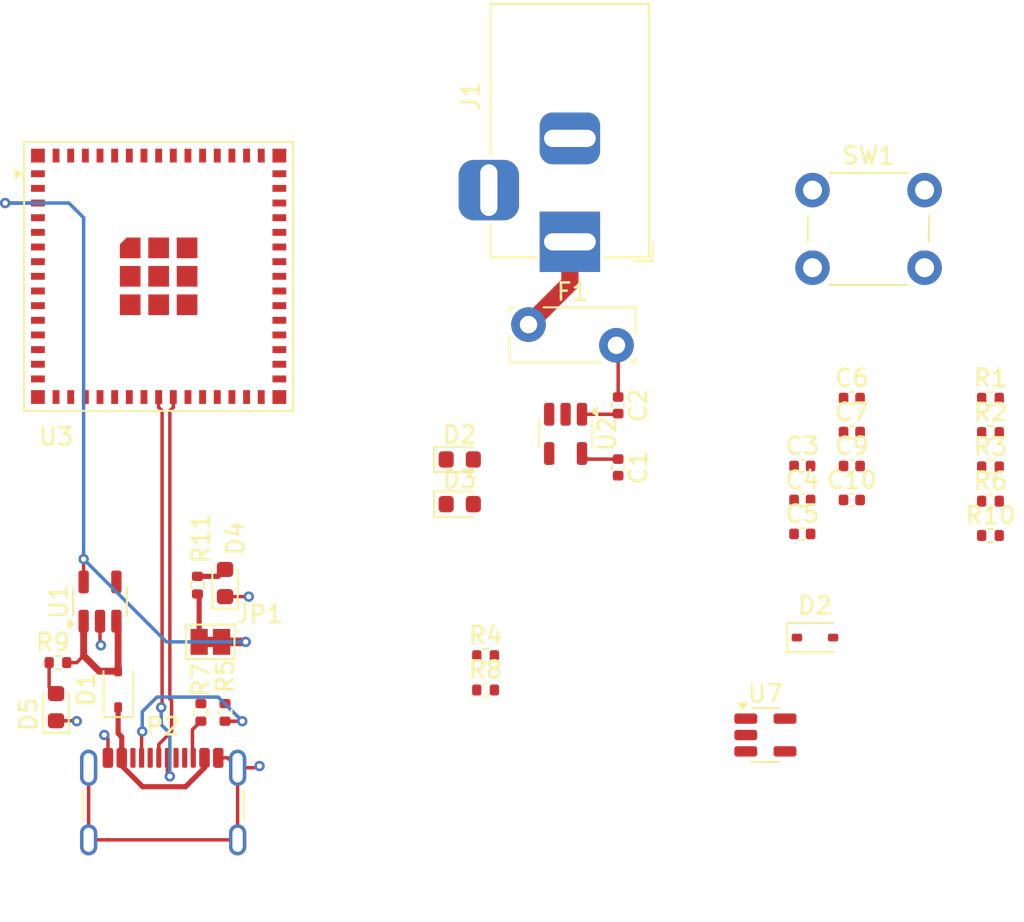
<source format=kicad_pcb>
(kicad_pcb (version 20240108) (generator "pcbnew") (generator_version "8.0")
  (layers (0 "F.Cu" signal) (31 "B.Cu" signal) (34 "B.Paste" user) (35 "F.Paste" user) (36 "B.SilkS" user "B.Silkscreen") (37 "F.SilkS" user "F.Silkscreen") (38 "B.Mask" user) (39 "F.Mask" user) (44 "Edge.Cuts" user))
  (net 0 "")
  (net 1 "Net-(U1-ADJ)")
  (net 2 "GND")
  (net 3 "Net-(U2-ADJ)")
  (net 4 "Gpio0")
  (net 5 "Net-(P2-CC)")
  (net 6 "VUSB")
  (net 10 "ESP9{slash}SCL")
  (net 42 "Net-(C2-Pad1)")
  (net 43 "EN")
  (net 44 "Net-(C6-Pad2)")
  (net 45 "Net-(P2-VCONN)")
  (net 46 "+3v3")
  (net 47 "ESP8{slash}SDA")
  (net 48 "Net-(D1-Pad1)")
  (net 49 "VIN")
  (net 50 "3.3V")
  (net 51 "Net-(D2-A)")
  (net 52 "Net-(U2-IN)")
  (net 53 "Net-(D5-A)")
  (net 54 "+12V")
  (net 55 "led_control")
  (net 56 "Net-(D4-A)")
  (net 57 "Net-(JP1-A)")
  (net 59 "d+")
  (net 60 "d-")
  (net 61 "Net-(U2-OUT)")
  (net 62 "Net-(D3-A)")
  (footprint "Resistor_SMD:R_0402_1005Metric" (layer "F.Cu") (at 142.59 86.03)
    (property "Reference" "R10" (at 0 -1.17 0) (layer "F.SilkS"))
    (property "Value" "100k")
    (fp_line (start -0.153641 -0.38) (end 0.153641 -0.38) (stroke (width 0.12)) (layer "F.SilkS"))
    (fp_line (start -0.153641 0.38) (end 0.153641 0.38) (stroke (width 0.12)) (layer "F.SilkS"))
    (pad "1" smd roundrect (at -0.51 0) (size 0.54 0.64) (layers "F.Cu" "F.Paste" "F.Mask") (net 49 "VIN"))
    (pad "2" smd roundrect (at 0.51 0) (size 0.54 0.64) (layers "F.Cu" "F.Paste" "F.Mask") (net 43 "EN"))
  )
  (footprint "Jumper:SolderJumper-2_P1.3mm_Bridged_Pad1.0x1.5mm" (layer "F.Cu") (at 97.35 92.2)
    (property "Reference" "JP1" (at 2.85 -1.6 360) (layer "F.SilkS"))
    (property "Value" "~")
    (fp_poly (pts (xy -0.25 -0.3) (xy 0.25 -0.3) (xy 0.25 0.3) (xy -0.25 0.3)) (fill solid) (layer "F.Cu"))
    (fp_line (start -1.4 -1) (end 1.4 -1) (stroke (width 0.12)) (layer "F.SilkS"))
    (fp_line (start -1.4 1) (end -1.4 -1) (stroke (width 0.12)) (layer "F.SilkS"))
    (fp_line (start 1.4 -1) (end 1.4 1) (stroke (width 0.12)) (layer "F.SilkS"))
    (fp_line (start 1.4 1) (end -1.4 1) (stroke (width 0.12)) (layer "F.SilkS"))
    (pad "1" smd rect (at -0.65 0) (size 1 1.5) (layers "F.Cu" "F.Mask") (net 57 "Net-(JP1-A)"))
    (pad "2" smd rect (at 0.65 0) (size 1 1.5) (layers "F.Cu" "F.Mask") (net 46 "+3v3"))
  )
  (footprint "Resistor_SMD:R_0402_1005Metric" (layer "F.Cu") (at 142.59 84.04)
    (property "Reference" "R6" (at 0 -1.17 0) (layer "F.SilkS"))
    (property "Value" "0")
    (fp_line (start -0.153641 -0.38) (end 0.153641 -0.38) (stroke (width 0.12)) (layer "F.SilkS"))
    (fp_line (start -0.153641 0.38) (end 0.153641 0.38) (stroke (width 0.12)) (layer "F.SilkS"))
    (pad "1" smd roundrect (at -0.51 0) (size 0.54 0.64) (layers "F.Cu" "F.Paste" "F.Mask") (net 44 "Net-(C6-Pad2)"))
    (pad "2" smd roundrect (at 0.51 0) (size 0.54 0.64) (layers "F.Cu" "F.Paste" "F.Mask") (net 43 "EN"))
  )
  (footprint "Resistor_SMD:R_0402_1005Metric" (layer "F.Cu") (at 142.59 78.07)
    (property "Reference" "R1" (at 0 -1.17 0) (layer "F.SilkS"))
    (property "Value" "50k")
    (fp_line (start -0.153641 -0.38) (end 0.153641 -0.38) (stroke (width 0.12)) (layer "F.SilkS"))
    (fp_line (start -0.153641 0.38) (end 0.153641 0.38) (stroke (width 0.12)) (layer "F.SilkS"))
    (pad "1" smd roundrect (at -0.51 0) (size 0.54 0.64) (layers "F.Cu" "F.Paste" "F.Mask") (net 61 "Net-(U2-OUT)"))
    (pad "2" smd roundrect (at 0.51 0) (size 0.54 0.64) (layers "F.Cu" "F.Paste" "F.Mask") (net 3 "Net-(U2-ADJ)"))
  )
  (footprint "Capacitor_SMD:C_0402_1005Metric" (layer "F.Cu") (at 131.68 83.97)
    (property "Reference" "C4" (at 0 -1.16 0) (layer "F.SilkS"))
    (property "Value" "10nF/6.3V")
    (fp_line (start -0.107836 -0.36) (end 0.107836 -0.36) (stroke (width 0.12)) (layer "F.SilkS"))
    (fp_line (start -0.107836 0.36) (end 0.107836 0.36) (stroke (width 0.12)) (layer "F.SilkS"))
    (pad "1" smd roundrect (at -0.48 0) (size 0.56 0.62) (layers "F.Cu" "F.Paste" "F.Mask") (net 46 "+3v3"))
    (pad "2" smd roundrect (at 0.48 0) (size 0.56 0.62) (layers "F.Cu" "F.Paste" "F.Mask") (net 2 "GND"))
  )
  (footprint "Capacitor_SMD:C_0402_1005Metric" (layer "F.Cu") (at 134.55 83.97)
    (property "Reference" "C10" (at 0 -1.16 0) (layer "F.SilkS"))
    (property "Value" "0.1uF")
    (fp_line (start -0.107836 -0.36) (end 0.107836 -0.36) (stroke (width 0.12)) (layer "F.SilkS"))
    (fp_line (start -0.107836 0.36) (end 0.107836 0.36) (stroke (width 0.12)) (layer "F.SilkS"))
    (pad "1" smd roundrect (at -0.48 0) (size 0.56 0.62) (layers "F.Cu" "F.Paste" "F.Mask") (net 50 "3.3V"))
    (pad "2" smd roundrect (at 0.48 0) (size 0.56 0.62) (layers "F.Cu" "F.Paste" "F.Mask") (net 2 "GND"))
  )
  (footprint "Package_TO_SOT_SMD:SOT-23-5" (layer "F.Cu") (at 90.95 89.8625 90)
    (property "Reference" "U1" (at 0 -2.4 90) (layer "F.SilkS"))
    (property "Value" "SPX3819M5-L" (hide yes))
    (fp_line (start 0 -1.56) (end 0.8 -1.56) (stroke (width 0.12)) (layer "F.SilkS"))
    (fp_line (start 0 -1.56) (end -0.8 -1.56) (stroke (width 0.12)) (layer "F.SilkS"))
    (fp_line (start 0 1.56) (end 0.8 1.56) (stroke (width 0.12)) (layer "F.SilkS"))
    (fp_line (start 0 1.56) (end -0.8 1.56) (stroke (width 0.12)) (layer "F.SilkS"))
    (fp_poly (pts (xy -1.3 -1.51) (xy -1.54 -1.84) (xy -1.06 -1.84) (xy -1.3 -1.51)) (stroke (width 0.12)) (fill solid) (layer "F.SilkS"))
    (pad "1" smd roundrect (at -1.1375 -0.95 90) (size 1.325 0.6) (layers "F.Cu" "F.Paste" "F.Mask") (net 6 "VUSB"))
    (pad "2" smd roundrect (at -1.1375 0 90) (size 1.325 0.6) (layers "F.Cu" "F.Paste" "F.Mask") (net 2 "GND"))
    (pad "3" smd roundrect (at -1.1375 0.95 90) (size 1.325 0.6) (layers "F.Cu" "F.Paste" "F.Mask") (net 6 "VUSB"))
    (pad "4" smd roundrect (at 1.1375 0.95 90) (size 1.325 0.6) (layers "F.Cu" "F.Paste" "F.Mask") (net 1 "Net-(U1-ADJ)"))
    (pad "5" smd roundrect (at 1.1375 -0.95 90) (size 1.325 0.6) (layers "F.Cu" "F.Paste" "F.Mask") (net 46 "+3v3"))
  )
  (footprint "Resistor_SMD:R_0402_1005Metric" (layer "F.Cu") (at 96.8 96.29 -90)
    (property "Reference" "R7" (at -1.89 0 90) (layer "F.SilkS"))
    (property "Value" "5.1k" (hide yes))
    (fp_line (start -0.153641 0.38) (end 0.153641 0.38) (stroke (width 0.12)) (layer "F.SilkS"))
    (fp_line (start -0.153641 -0.38) (end 0.153641 -0.38) (stroke (width 0.12)) (layer "F.SilkS"))
    (pad "1" smd roundrect (at -0.51 0 270) (size 0.54 0.64) (layers "F.Cu" "F.Paste" "F.Mask") (net 2 "GND"))
    (pad "2" smd roundrect (at 0.51 0 270) (size 0.54 0.64) (layers "F.Cu" "F.Paste" "F.Mask") (net 45 "Net-(P2-VCONN)"))
  )
  (footprint "Capacitor_SMD:C_0402_1005Metric" (layer "F.Cu") (at 121 78.48 -90)
    (property "Reference" "C2" (at 0 -1.16 90) (layer "F.SilkS"))
    (property "Value" "1uf" (hide yes))
    (fp_line (start -0.107836 0.36) (end 0.107836 0.36) (stroke (width 0.12)) (layer "F.SilkS"))
    (fp_line (start -0.107836 -0.36) (end 0.107836 -0.36) (stroke (width 0.12)) (layer "F.SilkS"))
    (pad "1" smd roundrect (at -0.48 0 270) (size 0.56 0.62) (layers "F.Cu" "F.Paste" "F.Mask") (net 42 "Net-(C2-Pad1)"))
    (pad "2" smd roundrect (at 0.48 0 270) (size 0.56 0.62) (layers "F.Cu" "F.Paste" "F.Mask") (net 52 "Net-(U2-IN)"))
  )
  (footprint "Diode_SMD:D_SOD-323" (layer "F.Cu") (at 132.415 91.95)
    (property "Reference" "D2" (at 0 -1.85 0) (layer "F.SilkS"))
    (property "Value" "BAT60A")
    (fp_line (start -1.61 -0.85) (end -1.61 0.85) (stroke (width 0.12)) (layer "F.SilkS"))
    (fp_line (start -1.61 -0.85) (end 1.05 -0.85) (stroke (width 0.12)) (layer "F.SilkS"))
    (fp_line (start -1.61 0.85) (end 1.05 0.85) (stroke (width 0.12)) (layer "F.SilkS"))
    (pad "1" smd roundrect (at -1.05 0) (size 0.6 0.45) (layers "F.Cu" "F.Paste" "F.Mask"))
    (pad "2" smd roundrect (at 1.05 0) (size 0.6 0.45) (layers "F.Cu" "F.Paste" "F.Mask"))
  )
  (footprint "Connector_USB:USB_C_Receptacle_GCT_USB4105-xx-A_16P_TopMnt_Horizontal" (layer "F.Cu") (at 94.61 102.605)
    (property "Reference" "P2" (at 0 -5.5 0) (layer "F.SilkS"))
    (property "Value" "USB_C_Plug_USB2.0")
    (fp_line (start -4.67 -0.1) (end -4.67 -1.8) (stroke (width 0.12)) (layer "F.SilkS"))
    (fp_line (start 4.67 -0.1) (end 4.67 -1.8) (stroke (width 0.12)) (layer "F.SilkS"))
    (pad "" np_thru_hole circle (at -2.89 -2.605) (size 0.65 0.65) (drill 0.65) (layers "F&B.Cu" "*.Mask"))
    (pad "" np_thru_hole circle (at 2.89 -2.605) (size 0.65 0.65) (drill 0.65) (layers "F&B.Cu" "*.Mask"))
    (pad "A1" smd roundrect (at -3.2 -3.68) (size 0.6 1.15) (layers "F.Cu" "F.Paste" "F.Mask") (net 2 "GND"))
    (pad "A4" smd roundrect (at -2.4 -3.68) (size 0.6 1.15) (layers "F.Cu" "F.Paste" "F.Mask") (net 48 "Net-(D1-Pad1)"))
    (pad "A5" smd roundrect (at -1.25 -3.68) (size 0.3 1.15) (layers "F.Cu" "F.Paste" "F.Mask") (net 5 "Net-(P2-CC)"))
    (pad "A6" smd roundrect (at -0.25 -3.68) (size 0.3 1.15) (layers "F.Cu" "F.Paste" "F.Mask") (net 59 "d+"))
    (pad "A7" smd roundrect (at 0.25 -3.68) (size 0.3 1.15) (layers "F.Cu" "F.Paste" "F.Mask") (net 60 "d-"))
    (pad "A8" smd roundrect (at 1.25 -3.68) (size 0.3 1.15) (layers "F.Cu" "F.Paste" "F.Mask"))
    (pad "A9" smd roundrect (at 2.4 -3.68) (size 0.6 1.15) (layers "F.Cu" "F.Paste" "F.Mask") (net 48 "Net-(D1-Pad1)"))
    (pad "A12" smd roundrect (at 3.2 -3.68) (size 0.6 1.15) (layers "F.Cu" "F.Paste" "F.Mask") (net 2 "GND"))
    (pad "B1" smd roundrect (at 3.2 -3.68) (size 0.6 1.15) (layers "F.Cu" "F.Paste" "F.Mask") (net 2 "GND"))
    (pad "B4" smd roundrect (at 2.4 -3.68) (size 0.6 1.15) (layers "F.Cu" "F.Paste" "F.Mask") (net 48 "Net-(D1-Pad1)"))
    (pad "B5" smd roundrect (at 1.75 -3.68) (size 0.3 1.15) (layers "F.Cu" "F.Paste" "F.Mask") (net 45 "Net-(P2-VCONN)"))
    (pad "B6" smd roundrect (at 0.75 -3.68) (size 0.3 1.15) (layers "F.Cu" "F.Paste" "F.Mask"))
    (pad "B7" smd roundrect (at -0.75 -3.68) (size 0.3 1.15) (layers "F.Cu" "F.Paste" "F.Mask"))
    (pad "B8" smd roundrect (at -1.75 -3.68) (size 0.3 1.15) (layers "F.Cu" "F.Paste" "F.Mask"))
    (pad "B9" smd roundrect (at -2.4 -3.68) (size 0.6 1.15) (layers "F.Cu" "F.Paste" "F.Mask") (net 48 "Net-(D1-Pad1)"))
    (pad "B12" smd roundrect (at -3.2 -3.68) (size 0.6 1.15) (layers "F.Cu" "F.Paste" "F.Mask") (net 2 "GND"))
    (pad "S1" thru_hole oval (at -4.32 -3.105) (size 1 2.1) (drill oval 0.6 1.7) (layers "*.Cu" "*.Mask" "F.Paste") (net 2 "GND"))
    (pad "S1" thru_hole oval (at -4.32 1.075) (size 1 1.8) (drill oval 0.6 1.4) (layers "*.Cu" "*.Mask" "F.Paste") (net 2 "GND"))
    (pad "S1" thru_hole oval (at 4.32 -3.105) (size 1 2.1) (drill oval 0.6 1.7) (layers "*.Cu" "*.Mask" "F.Paste") (net 2 "GND"))
    (pad "S1" thru_hole oval (at 4.32 1.075) (size 1 1.8) (drill oval 0.6 1.4) (layers "*.Cu" "*.Mask" "F.Paste") (net 2 "GND"))
  )
  (footprint "Capacitor_SMD:C_0402_1005Metric" (layer "F.Cu") (at 134.55 82)
    (property "Reference" "C9" (at 0 -1.16 0) (layer "F.SilkS"))
    (property "Value" "2.2uF")
    (fp_line (start -0.107836 -0.36) (end 0.107836 -0.36) (stroke (width 0.12)) (layer "F.SilkS"))
    (fp_line (start -0.107836 0.36) (end 0.107836 0.36) (stroke (width 0.12)) (layer "F.SilkS"))
    (pad "1" smd roundrect (at -0.48 0) (size 0.56 0.62) (layers "F.Cu" "F.Paste" "F.Mask") (net 49 "VIN"))
    (pad "2" smd roundrect (at 0.48 0) (size 0.56 0.62) (layers "F.Cu" "F.Paste" "F.Mask") (net 2 "GND"))
  )
  (footprint "Fuse:Fuse_Bourns_MF-RG300" (layer "F.Cu") (at 115.8 73.8)
    (property "Reference" "F1" (at 2.55 -1.9 0) (layer "F.SilkS"))
    (property "Value" "600mA")
    (fp_line (start -1.1 -1) (end -1.1 -0.75) (stroke (width 0.12)) (layer "F.SilkS"))
    (fp_line (start -1.1 -1) (end -0.879 -1) (stroke (width 0.12)) (layer "F.SilkS"))
    (fp_line (start -1.1 0.75) (end -1.1 2.2) (stroke (width 0.12)) (layer "F.SilkS"))
    (fp_line (start -1.1 2.2) (end 4.222 2.2) (stroke (width 0.12)) (layer "F.SilkS"))
    (fp_line (start 0.879 -1) (end 6.2 -1) (stroke (width 0.12)) (layer "F.SilkS"))
    (fp_line (start 5.979 2.2) (end 6.2 2.2) (stroke (width 0.12)) (layer "F.SilkS"))
    (fp_line (start 6.2 -1) (end 6.2 0.451) (stroke (width 0.12)) (layer "F.SilkS"))
    (fp_line (start 6.2 1.95) (end 6.2 2.2) (stroke (width 0.12)) (layer "F.SilkS"))
    (pad "1" thru_hole circle (at 0 0) (size 2.01 2.01) (drill 1.01) (layers "*.Cu" "*.Mask") (net 54 "+12V"))
    (pad "2" thru_hole circle (at 5.1 1.2) (size 2.01 2.01) (drill 1.01) (layers "*.Cu" "*.Mask") (net 42 "Net-(C2-Pad1)"))
  )
  (footprint "LED_SMD:LED_0603_1608Metric" (layer "F.Cu") (at 111.8125 81.62)
    (property "Reference" "D2" (at 0 -1.43 0) (layer "F.SilkS"))
    (property "Value" "yellow")
    (fp_line (start -1.485 -0.735) (end -1.485 0.735) (stroke (width 0.12)) (layer "F.SilkS"))
    (fp_line (start -1.485 0.735) (end 0.8 0.735) (stroke (width 0.12)) (layer "F.SilkS"))
    (fp_line (start 0.8 -0.735) (end -1.485 -0.735) (stroke (width 0.12)) (layer "F.SilkS"))
    (pad "1" smd roundrect (at -0.7875 0) (size 0.875 0.95) (layers "F.Cu" "F.Paste" "F.Mask") (net 6 "VUSB"))
    (pad "2" smd roundrect (at 0.7875 0) (size 0.875 0.95) (layers "F.Cu" "F.Paste" "F.Mask") (net 51 "Net-(D2-A)"))
  )
  (footprint "Capacitor_SMD:C_0402_1005Metric" (layer "F.Cu") (at 134.55 78.06)
    (property "Reference" "C6" (at 0 -1.16 0) (layer "F.SilkS"))
    (property "Value" "0.1nF/25v")
    (fp_line (start -0.107836 -0.36) (end 0.107836 -0.36) (stroke (width 0.12)) (layer "F.SilkS"))
    (fp_line (start -0.107836 0.36) (end 0.107836 0.36) (stroke (width 0.12)) (layer "F.SilkS"))
    (pad "1" smd roundrect (at -0.48 0) (size 0.56 0.62) (layers "F.Cu" "F.Paste" "F.Mask") (net 2 "GND"))
    (pad "2" smd roundrect (at 0.48 0) (size 0.56 0.62) (layers "F.Cu" "F.Paste" "F.Mask") (net 44 "Net-(C6-Pad2)"))
  )
  (footprint "Resistor_SMD:R_0402_1005Metric" (layer "F.Cu") (at 113.31 94.99)
    (property "Reference" "R8" (at 0 -1.17 0) (layer "F.SilkS"))
    (property "Value" "4.7k")
    (fp_line (start -0.153641 -0.38) (end 0.153641 -0.38) (stroke (width 0.12)) (layer "F.SilkS"))
    (fp_line (start -0.153641 0.38) (end 0.153641 0.38) (stroke (width 0.12)) (layer "F.SilkS"))
    (pad "1" smd roundrect (at -0.51 0) (size 0.54 0.64) (layers "F.Cu" "F.Paste" "F.Mask") (net 51 "Net-(D2-A)"))
    (pad "2" smd roundrect (at 0.51 0) (size 0.54 0.64) (layers "F.Cu" "F.Paste" "F.Mask") (net 61 "Net-(U2-OUT)"))
  )
  (footprint "Connector_BarrelJack:BarrelJack_Horizontal" (layer "F.Cu") (at 118.2 69 -90)
    (property "Reference" "J1" (at -8.45 5.75 90) (layer "F.SilkS"))
    (property "Value" "Jack-DC")
    (fp_line (start -13.8 4.6) (end -13.8 -4.6) (stroke (width 0.12)) (layer "F.SilkS"))
    (fp_line (start -5 4.6) (end -13.8 4.6) (stroke (width 0.12)) (layer "F.SilkS"))
    (fp_line (start 0.9 4.6) (end -1 4.6) (stroke (width 0.12)) (layer "F.SilkS"))
    (fp_line (start 0.9 1.9) (end 0.9 4.6) (stroke (width 0.12)) (layer "F.SilkS"))
    (fp_line (start 1.1 -3.75) (end 1.1 -4.8) (stroke (width 0.12)) (layer "F.SilkS"))
    (fp_line (start -13.8 -4.6) (end 0.9 -4.6) (stroke (width 0.12)) (layer "F.SilkS"))
    (fp_line (start 0.9 -4.6) (end 0.9 -2) (stroke (width 0.12)) (layer "F.SilkS"))
    (fp_line (start 0.05 -4.8) (end 1.1 -4.8) (stroke (width 0.12)) (layer "F.SilkS"))
    (pad "1" thru_hole rect (at 0 0 270) (size 3.5 3.5) (drill oval 1 3) (layers "*.Cu" "*.Mask") (net 54 "+12V"))
    (pad "2" thru_hole roundrect (at -6 0 270) (size 3 3.5) (drill oval 1 3) (layers "*.Cu" "*.Mask") (net 2 "GND"))
    (pad "3" thru_hole roundrect (at -3 4.7 270) (size 3.5 3.5) (drill oval 3 1) (layers "*.Cu" "*.Mask"))
  )
  (footprint "LED_SMD:LED_0603_1608Metric" (layer "F.Cu") (at 111.8125 84.21)
    (property "Reference" "D3" (at 0 -1.43 0) (layer "F.SilkS"))
    (property "Value" "Red")
    (fp_line (start -1.485 -0.735) (end -1.485 0.735) (stroke (width 0.12)) (layer "F.SilkS"))
    (fp_line (start -1.485 0.735) (end 0.8 0.735) (stroke (width 0.12)) (layer "F.SilkS"))
    (fp_line (start 0.8 -0.735) (end -1.485 -0.735) (stroke (width 0.12)) (layer "F.SilkS"))
    (pad "1" smd roundrect (at -0.7875 0) (size 0.875 0.95) (layers "F.Cu" "F.Paste" "F.Mask") (net 6 "VUSB"))
    (pad "2" smd roundrect (at 0.7875 0) (size 0.875 0.95) (layers "F.Cu" "F.Paste" "F.Mask") (net 62 "Net-(D3-A)"))
  )
  (footprint "LED_SMD:LED_0603_1608Metric" (layer "F.Cu") (at 88.4 95.9875 90)
    (property "Reference" "D5" (at -0.4125 -1.6 90) (layer "F.SilkS"))
    (property "Value" "purple" (hide yes))
    (fp_line (start 0.8 -0.735) (end -1.485 -0.735) (stroke (width 0.12)) (layer "F.SilkS"))
    (fp_line (start -1.485 -0.735) (end -1.485 0.735) (stroke (width 0.12)) (layer "F.SilkS"))
    (fp_line (start -1.485 0.735) (end 0.8 0.735) (stroke (width 0.12)) (layer "F.SilkS"))
    (pad "1" smd roundrect (at -0.7875 0 90) (size 0.875 0.95) (layers "F.Cu" "F.Paste" "F.Mask") (net 2 "GND"))
    (pad "2" smd roundrect (at 0.7875 0 90) (size 0.875 0.95) (layers "F.Cu" "F.Paste" "F.Mask") (net 53 "Net-(D5-A)"))
  )
  (footprint "Resistor_SMD:R_0402_1005Metric" (layer "F.Cu") (at 96.6 88.91 90)
    (property "Reference" "R11" (at 2.71 0.2 90) (layer "F.SilkS"))
    (property "Value" "4.7k" (hide yes))
    (fp_line (start -0.153641 -0.38) (end 0.153641 -0.38) (stroke (width 0.12)) (layer "F.SilkS"))
    (fp_line (start -0.153641 0.38) (end 0.153641 0.38) (stroke (width 0.12)) (layer "F.SilkS"))
    (pad "1" smd roundrect (at -0.51 0 90) (size 0.54 0.64) (layers "F.Cu" "F.Paste" "F.Mask") (net 57 "Net-(JP1-A)"))
    (pad "2" smd roundrect (at 0.51 0 90) (size 0.54 0.64) (layers "F.Cu" "F.Paste" "F.Mask") (net 56 "Net-(D4-A)"))
  )
  (footprint "Package_TO_SOT_SMD:SOT-23-5" (layer "F.Cu") (at 129.5375 97.6)
    (property "Reference" "U7" (at 0 -2.4 0) (layer "F.SilkS"))
    (property "Value" "RT9080-3.3")
    (fp_line (start 0 -1.56) (end -0.8 -1.56) (stroke (width 0.12)) (layer "F.SilkS"))
    (fp_line (start 0 -1.56) (end 0.8 -1.56) (stroke (width 0.12)) (layer "F.SilkS"))
    (fp_line (start 0 1.56) (end -0.8 1.56) (stroke (width 0.12)) (layer "F.SilkS"))
    (fp_line (start 0 1.56) (end 0.8 1.56) (stroke (width 0.12)) (layer "F.SilkS"))
    (fp_poly (pts (xy -1.3 -1.51) (xy -1.54 -1.84) (xy -1.06 -1.84) (xy -1.3 -1.51)) (stroke (width 0.12)) (fill solid) (layer "F.SilkS"))
    (pad "1" smd roundrect (at -1.1375 -0.95) (size 1.325 0.6) (layers "F.Cu" "F.Paste" "F.Mask") (net 49 "VIN"))
    (pad "2" smd roundrect (at -1.1375 0) (size 1.325 0.6) (layers "F.Cu" "F.Paste" "F.Mask") (net 2 "GND"))
    (pad "3" smd roundrect (at -1.1375 0.95) (size 1.325 0.6) (layers "F.Cu" "F.Paste" "F.Mask") (net 43 "EN"))
    (pad "4" smd roundrect (at 1.1375 0.95) (size 1.325 0.6) (layers "F.Cu" "F.Paste" "F.Mask"))
    (pad "5" smd roundrect (at 1.1375 -0.95) (size 1.325 0.6) (layers "F.Cu" "F.Paste" "F.Mask") (net 50 "3.3V"))
  )
  (footprint "LED_SMD:LED_0603_1608Metric" (layer "F.Cu") (at 98.2 88.7875 90)
    (property "Reference" "D4" (at 2.5875 0.6 90) (layer "F.SilkS"))
    (property "Value" "blue" (hide yes))
    (fp_line (start 0.8 -0.735) (end -1.485 -0.735) (stroke (width 0.12)) (layer "F.SilkS"))
    (fp_line (start -1.485 -0.735) (end -1.485 0.735) (stroke (width 0.12)) (layer "F.SilkS"))
    (fp_line (start -1.485 0.735) (end 0.8 0.735) (stroke (width 0.12)) (layer "F.SilkS"))
    (pad "1" smd roundrect (at -0.7875 0 90) (size 0.875 0.95) (layers "F.Cu" "F.Paste" "F.Mask") (net 2 "GND"))
    (pad "2" smd roundrect (at 0.7875 0 90) (size 0.875 0.95) (layers "F.Cu" "F.Paste" "F.Mask") (net 56 "Net-(D4-A)"))
  )
  (footprint "RF_Module:ESP32-S2-MINI-1U" (layer "F.Cu") (at 94.35 71)
    (property "Reference" "U3" (at -5.95 9.3 0) (layer "F.SilkS"))
    (property "Value" "ESP32-S3-MINI-1U")
    (fp_line (start -7.8 -7.8) (end 7.8 -7.8) (stroke (width 0.12)) (layer "F.SilkS"))
    (fp_line (start -7.8 7.8) (end -7.8 -7.8) (stroke (width 0.12)) (layer "F.SilkS"))
    (fp_line (start 7.8 -7.8) (end 7.8 7.8) (stroke (width 0.12)) (layer "F.SilkS"))
    (fp_line (start 7.8 7.8) (end -7.8 7.8) (stroke (width 0.12)) (layer "F.SilkS"))
    (fp_poly (pts (xy -7.975 -5.95) (xy -8.311 -5.71) (xy -8.311 -6.19) (xy -7.975 -5.95)) (stroke (width 0.12)) (fill solid) (layer "F.SilkS"))
    (pad "1" smd rect (at -7 -5.95) (size 0.8 0.4) (layers "F.Cu" "F.Paste" "F.Mask") (net 2 "GND"))
    (pad "2" smd rect (at -7 -5.1) (size 0.8 0.4) (layers "F.Cu" "F.Paste" "F.Mask") (net 2 "GND"))
    (pad "3" smd rect (at -7 -4.25) (size 0.8 0.4) (layers "F.Cu" "F.Paste" "F.Mask") (net 46 "+3v3"))
    (pad "4" smd rect (at -7 -3.4) (size 0.8 0.4) (layers "F.Cu" "F.Paste" "F.Mask") (net 4 "Gpio0"))
    (pad "5" smd rect (at -7 -2.55) (size 0.8 0.4) (layers "F.Cu" "F.Paste" "F.Mask"))
    (pad "6" smd rect (at -7 -1.7) (size 0.8 0.4) (layers "F.Cu" "F.Paste" "F.Mask"))
    (pad "7" smd rect (at -7 -0.85) (size 0.8 0.4) (layers "F.Cu" "F.Paste" "F.Mask"))
    (pad "8" smd rect (at -7 0) (size 0.8 0.4) (layers "F.Cu" "F.Paste" "F.Mask"))
    (pad "9" smd rect (at -7 0.85) (size 0.8 0.4) (layers "F.Cu" "F.Paste" "F.Mask"))
    (pad "10" smd rect (at -7 1.7) (size 0.8 0.4) (layers "F.Cu" "F.Paste" "F.Mask"))
    (pad "11" smd rect (at -7 2.55) (size 0.8 0.4) (layers "F.Cu" "F.Paste" "F.Mask"))
    (pad "12" smd rect (at -7 3.4) (size 0.8 0.4) (layers "F.Cu" "F.Paste" "F.Mask") (net 47 "ESP8{slash}SDA"))
    (pad "13" smd rect (at -7 4.25) (size 0.8 0.4) (layers "F.Cu" "F.Paste" "F.Mask") (net 10 "ESP9{slash}SCL"))
    (pad "14" smd rect (at -7 5.1) (size 0.8 0.4) (layers "F.Cu" "F.Paste" "F.Mask"))
    (pad "15" smd rect (at -7 5.95) (size 0.8 0.4) (layers "F.Cu" "F.Paste" "F.Mask"))
    (pad "16" smd rect (at -5.95 7 90) (size 0.8 0.4) (layers "F.Cu" "F.Paste" "F.Mask"))
    (pad "17" smd rect (at -5.1 7 90) (size 0.8 0.4) (layers "F.Cu" "F.Paste" "F.Mask"))
    (pad "18" smd rect (at -4.25 7 90) (size 0.8 0.4) (layers "F.Cu" "F.Paste" "F.Mask"))
    (pad "19" smd rect (at -3.4 7 90) (size 0.8 0.4) (layers "F.Cu" "F.Paste" "F.Mask"))
    (pad "20" smd rect (at -2.55 7 90) (size 0.8 0.4) (layers "F.Cu" "F.Paste" "F.Mask"))
    (pad "21" smd rect (at -1.7 7 90) (size 0.8 0.4) (layers "F.Cu" "F.Paste" "F.Mask"))
    (pad "22" smd rect (at -0.85 7 90) (size 0.8 0.4) (layers "F.Cu" "F.Paste" "F.Mask"))
    (pad "23" smd rect (at 0 7 90) (size 0.8 0.4) (layers "F.Cu" "F.Paste" "F.Mask") (net 60 "d-"))
    (pad "24" smd rect (at 0.85 7 90) (size 0.8 0.4) (layers "F.Cu" "F.Paste" "F.Mask") (net 59 "d+"))
    (pad "25" smd rect (at 1.7 7 90) (size 0.8 0.4) (layers "F.Cu" "F.Paste" "F.Mask"))
    (pad "26" smd rect (at 2.55 7 90) (size 0.8 0.4) (layers "F.Cu" "F.Paste" "F.Mask"))
    (pad "27" smd rect (at 3.4 7 90) (size 0.8 0.4) (layers "F.Cu" "F.Paste" "F.Mask"))
    (pad "28" smd rect (at 4.25 7 90) (size 0.8 0.4) (layers "F.Cu" "F.Paste" "F.Mask"))
    (pad "29" smd rect (at 5.1 7 90) (size 0.8 0.4) (layers "F.Cu" "F.Paste" "F.Mask"))
    (pad "30" smd rect (at 5.95 7 90) (size 0.8 0.4) (layers "F.Cu" "F.Paste" "F.Mask"))
    (pad "31" smd rect (at 7 5.95) (size 0.8 0.4) (layers "F.Cu" "F.Paste" "F.Mask"))
    (pad "32" smd rect (at 7 5.1) (size 0.8 0.4) (layers "F.Cu" "F.Paste" "F.Mask"))
    (pad "33" smd rect (at 7 4.25) (size 0.8 0.4) (layers "F.Cu" "F.Paste" "F.Mask"))
    (pad "34" smd rect (at 7 3.4) (size 0.8 0.4) (layers "F.Cu" "F.Paste" "F.Mask"))
    (pad "35" smd rect (at 7 2.55) (size 0.8 0.4) (layers "F.Cu" "F.Paste" "F.Mask"))
    (pad "36" smd rect (at 7 1.7) (size 0.8 0.4) (layers "F.Cu" "F.Paste" "F.Mask"))
    (pad "37" smd rect (at 7 0.85) (size 0.8 0.4) (layers "F.Cu" "F.Paste" "F.Mask"))
    (pad "38" smd rect (at 7 0) (size 0.8 0.4) (layers "F.Cu" "F.Paste" "F.Mask"))
    (pad "39" smd rect (at 7 -0.85) (size 0.8 0.4) (layers "F.Cu" "F.Paste" "F.Mask"))
    (pad "40" smd rect (at 7 -1.7) (size 0.8 0.4) (layers "F.Cu" "F.Paste" "F.Mask"))
    (pad "41" smd rect (at 7 -2.55) (size 0.8 0.4) (layers "F.Cu" "F.Paste" "F.Mask"))
    (pad "42" smd rect (at 7 -3.4) (size 0.8 0.4) (layers "F.Cu" "F.Paste" "F.Mask") (net 2 "GND"))
    (pad "43" smd rect (at 7 -4.25) (size 0.8 0.4) (layers "F.Cu" "F.Paste" "F.Mask") (net 2 "GND"))
    (pad "44" smd rect (at 7 -5.1) (size 0.8 0.4) (layers "F.Cu" "F.Paste" "F.Mask"))
    (pad "45" smd rect (at 7 -5.95) (size 0.8 0.4) (layers "F.Cu" "F.Paste" "F.Mask") (net 43 "EN"))
    (pad "46" smd rect (at 5.95 -7 90) (size 0.8 0.4) (layers "F.Cu" "F.Paste" "F.Mask") (net 2 "GND"))
    (pad "47" smd rect (at 5.1 -7 90) (size 0.8 0.4) (layers "F.Cu" "F.Paste" "F.Mask") (net 2 "GND"))
    (pad "48" smd rect (at 4.25 -7 90) (size 0.8 0.4) (layers "F.Cu" "F.Paste" "F.Mask") (net 2 "GND"))
    (pad "49" smd rect (at 3.4 -7 90) (size 0.8 0.4) (layers "F.Cu" "F.Paste" "F.Mask") (net 2 "GND"))
    (pad "50" smd rect (at 2.55 -7 90) (size 0.8 0.4) (layers "F.Cu" "F.Paste" "F.Mask") (net 2 "GND"))
    (pad "51" smd rect (at 1.7 -7 90) (size 0.8 0.4) (layers "F.Cu" "F.Paste" "F.Mask") (net 2 "GND"))
    (pad "52" smd rect (at 0.85 -7 90) (size 0.8 0.4) (layers "F.Cu" "F.Paste" "F.Mask") (net 2 "GND"))
    (pad "53" smd rect (at 0 -7 90) (size 0.8 0.4) (layers "F.Cu" "F.Paste" "F.Mask") (net 2 "GND"))
    (pad "54" smd rect (at -0.85 -7 90) (size 0.8 0.4) (layers "F.Cu" "F.Paste" "F.Mask") (net 2 "GND"))
    (pad "55" smd rect (at -1.7 -7 90) (size 0.8 0.4) (layers "F.Cu" "F.Paste" "F.Mask") (net 2 "GND"))
    (pad "56" smd rect (at -2.55 -7 90) (size 0.8 0.4) (layers "F.Cu" "F.Paste" "F.Mask") (net 2 "GND"))
    (pad "57" smd rect (at -3.4 -7 90) (size 0.8 0.4) (layers "F.Cu" "F.Paste" "F.Mask") (net 2 "GND"))
    (pad "58" smd rect (at -4.25 -7 90) (size 0.8 0.4) (layers "F.Cu" "F.Paste" "F.Mask") (net 2 "GND"))
    (pad "59" smd rect (at -5.1 -7 90) (size 0.8 0.4) (layers "F.Cu" "F.Paste" "F.Mask") (net 2 "GND"))
    (pad "60" smd rect (at -5.95 -7 90) (size 0.8 0.4) (layers "F.Cu" "F.Paste" "F.Mask") (net 2 "GND"))
    (pad "61" smd roundrect (at -1.65 -1.65) (size 1.2 1.2) (layers "F.Cu" "F.Paste" "F.Mask") (roundrect_rratio 0) (chamfer_ratio 0.33) (chamfer top_left) (net 2 "GND"))
    (pad "61" smd rect (at -1.65 0) (size 1.2 1.2) (layers "F.Cu" "F.Paste" "F.Mask") (net 2 "GND"))
    (pad "61" smd rect (at -1.65 1.65) (size 1.2 1.2) (layers "F.Cu" "F.Paste" "F.Mask") (net 2 "GND"))
    (pad "61" smd rect (at 0 -1.65) (size 1.2 1.2) (layers "F.Cu" "F.Paste" "F.Mask") (net 2 "GND"))
    (pad "61" smd rect (at 0 0) (size 1.2 1.2) (layers "F.Cu" "F.Paste" "F.Mask") (net 2 "GND"))
    (pad "61" smd rect (at 0 1.65) (size 1.2 1.2) (layers "F.Cu" "F.Paste" "F.Mask") (net 2 "GND"))
    (pad "61" smd rect (at 1.65 -1.65) (size 1.2 1.2) (layers "F.Cu" "F.Paste" "F.Mask") (net 2 "GND"))
    (pad "61" smd rect (at 1.65 0) (size 1.2 1.2) (layers "F.Cu" "F.Paste" "F.Mask") (net 2 "GND"))
    (pad "61" smd rect (at 1.65 1.65) (size 1.2 1.2) (layers "F.Cu" "F.Paste" "F.Mask") (net 2 "GND"))
    (pad "62" smd rect (at -7 -7) (size 0.8 0.8) (layers "F.Cu" "F.Paste" "F.Mask") (net 2 "GND"))
    (pad "63" smd rect (at -7 7) (size 0.8 0.8) (layers "F.Cu" "F.Paste" "F.Mask") (net 2 "GND"))
    (pad "64" smd rect (at 7 7) (size 0.8 0.8) (layers "F.Cu" "F.Paste" "F.Mask") (net 2 "GND"))
    (pad "65" smd rect (at 7 -7) (size 0.8 0.8) (layers "F.Cu" "F.Paste" "F.Mask") (net 2 "GND"))
  )
  (footprint "Capacitor_SMD:C_0402_1005Metric" (layer "F.Cu") (at 134.55 80.03)
    (property "Reference" "C7" (at 0 -1.16 0) (layer "F.SilkS"))
    (property "Value" "0.1nF/25v")
    (fp_line (start -0.107836 -0.36) (end 0.107836 -0.36) (stroke (width 0.12)) (layer "F.SilkS"))
    (fp_line (start -0.107836 0.36) (end 0.107836 0.36) (stroke (width 0.12)) (layer "F.SilkS"))
    (pad "1" smd roundrect (at -0.48 0) (size 0.56 0.62) (layers "F.Cu" "F.Paste" "F.Mask") (net 46 "+3v3"))
    (pad "2" smd roundrect (at 0.48 0) (size 0.56 0.62) (layers "F.Cu" "F.Paste" "F.Mask") (net 2 "GND"))
  )
  (footprint "Resistor_SMD:R_0402_1005Metric" (layer "F.Cu") (at 142.59 80.06)
    (property "Reference" "R2" (at 0 -1.17 0) (layer "F.SilkS"))
    (property "Value" "30k")
    (fp_line (start -0.153641 -0.38) (end 0.153641 -0.38) (stroke (width 0.12)) (layer "F.SilkS"))
    (fp_line (start -0.153641 0.38) (end 0.153641 0.38) (stroke (width 0.12)) (layer "F.SilkS"))
    (pad "1" smd roundrect (at -0.51 0) (size 0.54 0.64) (layers "F.Cu" "F.Paste" "F.Mask") (net 3 "Net-(U2-ADJ)"))
    (pad "2" smd roundrect (at 0.51 0) (size 0.54 0.64) (layers "F.Cu" "F.Paste" "F.Mask") (net 2 "GND"))
  )
  (footprint "Resistor_SMD:R_0402_1005Metric" (layer "F.Cu") (at 98.2 96.29 -90)
    (property "Reference" "R5" (at -2.09 0 90) (layer "F.SilkS"))
    (property "Value" "5.1k" (hide yes))
    (fp_line (start -0.153641 0.38) (end 0.153641 0.38) (stroke (width 0.12)) (layer "F.SilkS"))
    (fp_line (start -0.153641 -0.38) (end 0.153641 -0.38) (stroke (width 0.12)) (layer "F.SilkS"))
    (pad "1" smd roundrect (at -0.51 0 270) (size 0.54 0.64) (layers "F.Cu" "F.Paste" "F.Mask") (net 2 "GND"))
    (pad "2" smd roundrect (at 0.51 0 270) (size 0.54 0.64) (layers "F.Cu" "F.Paste" "F.Mask") (net 5 "Net-(P2-CC)"))
  )
  (footprint "Package_TO_SOT_SMD:SOT-23-5" (layer "F.Cu") (at 117.95 80.1375 -90)
    (property "Reference" "U2" (at 0 -2.4 90) (layer "F.SilkS"))
    (property "Value" "SPX3819M5-L" (hide yes))
    (fp_line (start 0 1.56) (end -0.8 1.56) (stroke (width 0.12)) (layer "F.SilkS"))
    (fp_line (start 0 1.56) (end 0.8 1.56) (stroke (width 0.12)) (layer "F.SilkS"))
    (fp_line (start 0 -1.56) (end -0.8 -1.56) (stroke (width 0.12)) (layer "F.SilkS"))
    (fp_line (start 0 -1.56) (end 0.8 -1.56) (stroke (width 0.12)) (layer "F.SilkS"))
    (fp_poly (pts (xy -1.3 -1.51) (xy -1.54 -1.84) (xy -1.06 -1.84) (xy -1.3 -1.51)) (stroke (width 0.12)) (fill solid) (layer "F.SilkS"))
    (pad "1" smd roundrect (at -1.1375 -0.95 270) (size 1.325 0.6) (layers "F.Cu" "F.Paste" "F.Mask") (net 52 "Net-(U2-IN)"))
    (pad "2" smd roundrect (at -1.1375 0 270) (size 1.325 0.6) (layers "F.Cu" "F.Paste" "F.Mask") (net 2 "GND"))
    (pad "3" smd roundrect (at -1.1375 0.95 270) (size 1.325 0.6) (layers "F.Cu" "F.Paste" "F.Mask") (net 55 "led_control"))
    (pad "4" smd roundrect (at 1.1375 0.95 270) (size 1.325 0.6) (layers "F.Cu" "F.Paste" "F.Mask") (net 3 "Net-(U2-ADJ)"))
    (pad "5" smd roundrect (at 1.1375 -0.95 270) (size 1.325 0.6) (layers "F.Cu" "F.Paste" "F.Mask") (net 61 "Net-(U2-OUT)"))
  )
  (footprint "Capacitor_SMD:C_0402_1005Metric" (layer "F.Cu") (at 131.68 85.94)
    (property "Reference" "C5" (at 0 -1.16 0) (layer "F.SilkS"))
    (property "Value" "470pf")
    (fp_line (start -0.107836 -0.36) (end 0.107836 -0.36) (stroke (width 0.12)) (layer "F.SilkS"))
    (fp_line (start -0.107836 0.36) (end 0.107836 0.36) (stroke (width 0.12)) (layer "F.SilkS"))
    (pad "1" smd roundrect (at -0.48 0) (size 0.56 0.62) (layers "F.Cu" "F.Paste" "F.Mask") (net 1 "Net-(U1-ADJ)"))
    (pad "2" smd roundrect (at 0.48 0) (size 0.56 0.62) (layers "F.Cu" "F.Paste" "F.Mask") (net 2 "GND"))
  )
  (footprint "Button_Switch_THT:SW_PUSH_6mm" (layer "F.Cu") (at 132.27 66)
    (property "Reference" "SW1" (at 3.25 -2 0) (layer "F.SilkS"))
    (property "Value" "SW_Push")
    (fp_line (start -0.25 1.5) (end -0.25 3) (stroke (width 0.12)) (layer "F.SilkS"))
    (fp_line (start 1 5.5) (end 5.5 5.5) (stroke (width 0.12)) (layer "F.SilkS"))
    (fp_line (start 5.5 -1) (end 1 -1) (stroke (width 0.12)) (layer "F.SilkS"))
    (fp_line (start 6.75 3) (end 6.75 1.5) (stroke (width 0.12)) (layer "F.SilkS"))
    (pad "1" thru_hole circle (at 0 0 90) (size 2 2) (drill 1.1) (layers "*.Cu" "*.Mask") (net 2 "GND"))
    (pad "1" thru_hole circle (at 6.5 0 90) (size 2 2) (drill 1.1) (layers "*.Cu" "*.Mask") (net 2 "GND"))
    (pad "2" thru_hole circle (at 0 4.5 90) (size 2 2) (drill 1.1) (layers "*.Cu" "*.Mask") (net 44 "Net-(C6-Pad2)"))
    (pad "2" thru_hole circle (at 6.5 4.5 90) (size 2 2) (drill 1.1) (layers "*.Cu" "*.Mask") (net 44 "Net-(C6-Pad2)"))
  )
  (footprint "Diode_SMD:D_SOD-323" (layer "F.Cu") (at 92 94.95 90)
    (property "Reference" "D1" (at 0 -1.85 90) (layer "F.SilkS"))
    (property "Value" "BAT60A" (hide yes))
    (fp_line (start -1.61 -0.85) (end 1.05 -0.85) (stroke (width 0.12)) (layer "F.SilkS"))
    (fp_line (start -1.61 -0.85) (end -1.61 0.85) (stroke (width 0.12)) (layer "F.SilkS"))
    (fp_line (start -1.61 0.85) (end 1.05 0.85) (stroke (width 0.12)) (layer "F.SilkS"))
    (pad "1" smd roundrect (at -1.05 0 90) (size 0.6 0.45) (layers "F.Cu" "F.Paste" "F.Mask") (net 48 "Net-(D1-Pad1)"))
    (pad "2" smd roundrect (at 1.05 0 90) (size 0.6 0.45) (layers "F.Cu" "F.Paste" "F.Mask") (net 6 "VUSB"))
  )
  (footprint "Resistor_SMD:R_0402_1005Metric" (layer "F.Cu") (at 113.31 93)
    (property "Reference" "R4" (at 0 -1.17 0) (layer "F.SilkS"))
    (property "Value" "4.7k")
    (fp_line (start -0.153641 -0.38) (end 0.153641 -0.38) (stroke (width 0.12)) (layer "F.SilkS"))
    (fp_line (start -0.153641 0.38) (end 0.153641 0.38) (stroke (width 0.12)) (layer "F.SilkS"))
    (pad "1" smd roundrect (at -0.51 0) (size 0.54 0.64) (layers "F.Cu" "F.Paste" "F.Mask") (net 54 "+12V"))
    (pad "2" smd roundrect (at 0.51 0) (size 0.54 0.64) (layers "F.Cu" "F.Paste" "F.Mask") (net 62 "Net-(D3-A)"))
  )
  (footprint "Resistor_SMD:R_0402_1005Metric" (layer "F.Cu") (at 88.51 93.4 180)
    (property "Reference" "R9" (at 0.29 1.175 360) (layer "F.SilkS"))
    (property "Value" "4.7k" (hide yes))
    (fp_line (start -0.153641 0.38) (end 0.153641 0.38) (stroke (width 0.12)) (layer "F.SilkS"))
    (fp_line (start -0.153641 -0.38) (end 0.153641 -0.38) (stroke (width 0.12)) (layer "F.SilkS"))
    (pad "1" smd roundrect (at -0.51 0 180) (size 0.54 0.64) (layers "F.Cu" "F.Paste" "F.Mask") (net 6 "VUSB"))
    (pad "2" smd roundrect (at 0.51 0 180) (size 0.54 0.64) (layers "F.Cu" "F.Paste" "F.Mask") (net 53 "Net-(D5-A)"))
  )
  (footprint "Capacitor_SMD:C_0402_1005Metric" (layer "F.Cu") (at 131.68 82)
    (property "Reference" "C3" (at 0 -1.16 0) (layer "F.SilkS"))
    (property "Value" "1uf")
    (fp_line (start -0.107836 -0.36) (end 0.107836 -0.36) (stroke (width 0.12)) (layer "F.SilkS"))
    (fp_line (start -0.107836 0.36) (end 0.107836 0.36) (stroke (width 0.12)) (layer "F.SilkS"))
    (pad "1" smd roundrect (at -0.48 0) (size 0.56 0.62) (layers "F.Cu" "F.Paste" "F.Mask") (net 6 "VUSB"))
    (pad "2" smd roundrect (at 0.48 0) (size 0.56 0.62) (layers "F.Cu" "F.Paste" "F.Mask") (net 2 "GND"))
  )
  (footprint "Resistor_SMD:R_0402_1005Metric" (layer "F.Cu") (at 142.59 82.05)
    (property "Reference" "R3" (at 0 -1.17 0) (layer "F.SilkS"))
    (property "Value" "10k")
    (fp_line (start -0.153641 -0.38) (end 0.153641 -0.38) (stroke (width 0.12)) (layer "F.SilkS"))
    (fp_line (start -0.153641 0.38) (end 0.153641 0.38) (stroke (width 0.12)) (layer "F.SilkS"))
    (pad "1" smd roundrect (at -0.51 0) (size 0.54 0.64) (layers "F.Cu" "F.Paste" "F.Mask") (net 46 "+3v3"))
    (pad "2" smd roundrect (at 0.51 0) (size 0.54 0.64) (layers "F.Cu" "F.Paste" "F.Mask") (net 43 "EN"))
  )
  (footprint "Capacitor_SMD:C_0402_1005Metric" (layer "F.Cu") (at 121 82.08 -90)
    (property "Reference" "C1" (at 0 -1.16 90) (layer "F.SilkS"))
    (property "Value" "1uf" (hide yes))
    (fp_line (start -0.107836 0.36) (end 0.107836 0.36) (stroke (width 0.12)) (layer "F.SilkS"))
    (fp_line (start -0.107836 -0.36) (end 0.107836 -0.36) (stroke (width 0.12)) (layer "F.SilkS"))
    (pad "1" smd roundrect (at -0.48 0 270) (size 0.56 0.62) (layers "F.Cu" "F.Paste" "F.Mask") (net 61 "Net-(U2-OUT)"))
    (pad "2" smd roundrect (at 0.48 0 270) (size 0.56 0.62) (layers "F.Cu" "F.Paste" "F.Mask") (net 2 "GND"))
  )
  (segment (start 91.41 98.925) (end 91.41 97.81) (width 0.2) (layer "F.Cu") (net 2))
  (segment (start 89.575 96.775) (end 89.6 96.8) (width 0.2) (layer "F.Cu") (net 2))
  (segment (start 98.93 103.68) (end 98.93 99.5) (width 0.2) (layer "F.Cu") (net 2))
  (segment (start 98.93 99.5) (end 100.1 99.5) (width 0.2) (layer "F.Cu") (net 2))
  (segment (start 97.81 98.925) (end 98.355 98.925) (width 0.2) (layer "F.Cu") (net 2))
  (segment (start 90.29 103.68) (end 90.29 99.5) (width 0.2) (layer "F.Cu") (net 2))
  (segment (start 88.4 96.775) (end 89.575 96.775) (width 0.2) (layer "F.Cu") (net 2))
  (segment (start 90.95 92.35) (end 91 92.4) (width 0.2) (layer "F.Cu") (net 2))
  (segment (start 91.41 97.81) (end 91.2 97.6) (width 0.2) (layer "F.Cu") (net 2))
  (segment (start 100.1 99.5) (end 100.2 99.4) (width 0.2) (layer "F.Cu") (net 2))
  (segment (start 98.355 98.925) (end 98.93 99.5) (width 0.2) (layer "F.Cu") (net 2))
  (segment (start 99.6 89.6) (end 99.575 89.575) (width 0.2) (layer "F.Cu") (net 2))
  (segment (start 98.2 89.575) (end 99.575 89.575) (width 0.2) (layer "F.Cu") (net 2))
  (segment (start 98.93 103.68) (end 90.29 103.68) (width 0.2) (layer "F.Cu") (net 2))
  (segment (start 90.95 91) (end 90.95 92.35) (width 0.2) (layer "F.Cu") (net 2))
  (via (at 91.2 97.6) (size 0.6) (drill 0.3) (layers "F.Cu" "B.Cu") (net 2))
  (via (at 100.2 99.4) (size 0.6) (drill 0.3) (layers "F.Cu" "B.Cu") (net 2))
  (via (at 99.575 89.575) (size 0.6) (drill 0.3) (layers "F.Cu" "B.Cu") (net 2))
  (via (at 91 92.4) (size 0.6) (drill 0.3) (layers "F.Cu" "B.Cu") (net 2))
  (via (at 89.6 96.8) (size 0.6) (drill 0.3) (layers "F.Cu" "B.Cu") (net 2))
  (segment (start 93.36 98.925) (end 93.36 97.44) (width 0.2) (layer "F.Cu") (net 5))
  (segment (start 98.2 96.8) (end 99.2 96.8) (width 0.2) (layer "F.Cu") (net 5))
  (segment (start 93.36 97.44) (end 93.4 97.4) (width 0.2) (layer "F.Cu") (net 5))
  (via (at 99.2 96.8) (size 0.6) (drill 0.3) (layers "F.Cu" "B.Cu") (net 5))
  (via (at 93.4 97.4) (size 0.6) (drill 0.3) (layers "F.Cu" "B.Cu") (net 5))
  (segment (start 97.8 95.4) (end 94.251471 95.4) (width 0.2) (layer "B.Cu") (net 5))
  (segment (start 94.251471 95.4) (end 93.4 96.251471) (width 0.2) (layer "B.Cu") (net 5))
  (segment (start 93.4 96.251471) (end 93.4 97.4) (width 0.2) (layer "B.Cu") (net 5))
  (segment (start 99.2 96.8) (end 97.8 95.4) (width 0.2) (layer "B.Cu") (net 5))
  (segment (start 92 93.9) (end 90.9 93.9) (width 0.4) (layer "F.Cu") (net 6))
  (segment (start 89.02 93.4) (end 89.6 93.4) (width 0.2) (layer "F.Cu") (net 6))
  (segment (start 90 93) (end 90 91) (width 0.4) (layer "F.Cu") (net 6))
  (segment (start 89.6 93.4) (end 90 93) (width 0.2) (layer "F.Cu") (net 6))
  (segment (start 92 91.1) (end 91.9 91) (width 0.4) (layer "F.Cu") (net 6))
  (segment (start 92 93.9) (end 92 91.1) (width 0.4) (layer "F.Cu") (net 6))
  (segment (start 90.9 93.9) (end 90 93) (width 0.4) (layer "F.Cu") (net 6))
  (segment (start 121 75.1) (end 120.9 75) (width 0.2) (layer "F.Cu") (net 42))
  (segment (start 121 78) (end 121 75.1) (width 0.2) (layer "F.Cu") (net 42))
  (segment (start 96.31 97.29) (end 96.8 96.8) (width 0.2) (layer "F.Cu") (net 45))
  (segment (start 96.31 98.91) (end 96.31 97.29) (width 0.2) (layer "F.Cu") (net 45))
  (segment (start 96.36 98.925) (end 96.325 98.925) (width 0.2) (layer "F.Cu") (net 45))
  (segment (start 96.325 98.925) (end 96.31 98.91) (width 0.2) (layer "F.Cu") (net 45))
  (segment (start 98.2 92) (end 98 92.2) (width 0.3) (layer "F.Cu") (net 46))
  (segment (start 98 92.2) (end 99.4 92.2) (width 0.5) (layer "F.Cu") (net 46))
  (segment (start 87.35 66.75) (end 85.45 66.75) (width 0.2) (layer "F.Cu") (net 46))
  (segment (start 85.4 66.8) (end 85.45 66.75) (width 0.2) (layer "F.Cu") (net 46))
  (segment (start 90 88.725) (end 90 87.4) (width 0.2) (layer "F.Cu") (net 46))
  (via (at 85.45 66.75) (size 0.6) (drill 0.3) (layers "F.Cu" "B.Cu") (net 46))
  (via (at 90 87.4) (size 0.6) (drill 0.3) (layers "F.Cu" "B.Cu") (net 46))
  (via (at 99.4 92.2) (size 0.6) (drill 0.3) (layers "F.Cu" "B.Cu") (net 46))
  (segment (start 90 87.4) (end 94.8 92.2) (width 0.2) (layer "B.Cu") (net 46))
  (segment (start 90 87.4) (end 90 67.6) (width 0.2) (layer "B.Cu") (net 46))
  (segment (start 90 67.6) (end 89.15 66.75) (width 0.2) (layer "B.Cu") (net 46))
  (segment (start 89.15 66.75) (end 85.45 66.75) (width 0.2) (layer "B.Cu") (net 46))
  (segment (start 94.8 92.2) (end 99.4 92.2) (width 0.2) (layer "B.Cu") (net 46))
  (segment (start 95.909999 100.6) (end 97.01 99.499999) (width 0.3) (layer "F.Cu") (net 48))
  (segment (start 92.21 98.925) (end 92.21 99.38241) (width 0.3) (layer "F.Cu") (net 48))
  (segment (start 92.21 97.71) (end 92 97.5) (width 0.3) (layer "F.Cu") (net 48))
  (segment (start 92 97.5) (end 92 96) (width 0.3) (layer "F.Cu") (net 48))
  (segment (start 92.21 98.925) (end 92.21 97.71) (width 0.3) (layer "F.Cu") (net 48))
  (segment (start 93.42759 100.6) (end 95.909999 100.6) (width 0.3) (layer "F.Cu") (net 48))
  (segment (start 92.21 99.38241) (end 93.42759 100.6) (width 0.3) (layer "F.Cu") (net 48))
  (segment (start 97.01 99.499999) (end 97.01 98.925) (width 0.3) (layer "F.Cu") (net 48))
  (segment (start 118.9 79) (end 120.96 79) (width 0.2) (layer "F.Cu") (net 52))
  (segment (start 120.96 79) (end 121 78.96) (width 0.2) (layer "F.Cu") (net 52))
  (segment (start 88 93.4) (end 88 94.8) (width 0.2) (layer "F.Cu") (net 53))
  (segment (start 88 94.8) (end 88.4 95.2) (width 0.2) (layer "F.Cu") (net 53))
  (segment (start 118.2 69) (end 118.2 71.4) (width 1) (layer "F.Cu") (net 54))
  (segment (start 118.2 71.4) (end 115.8 73.8) (width 1) (layer "F.Cu") (net 54))
  (segment (start 97.8 88.4) (end 98.2 88) (width 0.3) (layer "F.Cu") (net 56))
  (segment (start 96.6 88.4) (end 97.8 88.4) (width 0.3) (layer "F.Cu") (net 56))
  (segment (start 96.7 89.52) (end 96.6 89.42) (width 0.3) (layer "F.Cu") (net 57))
  (segment (start 96.7 92.2) (end 96.7 89.52) (width 0.3) (layer "F.Cu") (net 57))
  (segment (start 95 78.800001) (end 95 95.5) (width 0.2) (layer "F.Cu") (net 59))
  (segment (start 95 95.5) (end 95.1 95.6) (width 0.2) (layer "F.Cu") (net 59))
  (segment (start 95.2 78.600001) (end 95 78.800001) (width 0.2) (layer "F.Cu") (net 59))
  (segment (start 95.1 97.4) (end 94.36 98.14) (width 0.2) (layer "F.Cu") (net 59))
  (segment (start 94.36 98.14) (end 94.36 98.925) (width 0.2) (layer "F.Cu") (net 59))
  (segment (start 95.1 95.6) (end 95.1 97.4) (width 0.2) (layer "F.Cu") (net 59))
  (segment (start 95.2 78) (end 95.2 78.600001) (width 0.2) (layer "F.Cu") (net 59))
  (segment (start 94.55 95.95) (end 94.5 96) (width 0.2) (layer "F.Cu") (net 60))
  (segment (start 95 100) (end 94.86 99.86) (width 0.2) (layer "F.Cu") (net 60))
  (segment (start 94.86 99.86) (end 94.86 98.925) (width 0.2) (layer "F.Cu") (net 60))
  (segment (start 94.55 78.800001) (end 94.55 95.95) (width 0.2) (layer "F.Cu") (net 60))
  (segment (start 94.35 78.600001) (end 94.55 78.800001) (width 0.2) (layer "F.Cu") (net 60))
  (segment (start 94.35 78) (end 94.35 78.600001) (width 0.2) (layer "F.Cu") (net 60))
  (via (at 95 100) (size 0.6) (drill 0.3) (layers "F.Cu" "B.Cu") (net 60))
  (via (at 94.5 96) (size 0.6) (drill 0.3) (layers "F.Cu" "B.Cu") (net 60))
  (segment (start 94.5 97) (end 94.5 96) (width 0.2) (layer "B.Cu") (net 60))
  (segment (start 95 100) (end 95 97.5) (width 0.2) (layer "B.Cu") (net 60))
  (segment (start 95 97.5) (end 94.5 97) (width 0.2) (layer "B.Cu") (net 60))
  (segment (start 119.225 81.6) (end 121 81.6) (width 0.2) (layer "F.Cu") (net 61))
  (segment (start 118.9 81.275) (end 119.225 81.6) (width 0.2) (layer "F.Cu") (net 61))
)
</source>
